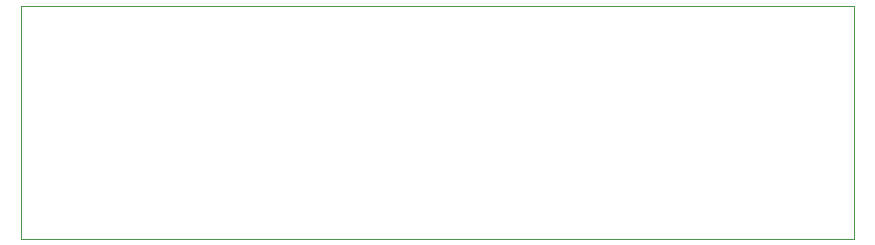
<source format=gbr>
%TF.GenerationSoftware,KiCad,Pcbnew,(5.1.10)-1*%
%TF.CreationDate,2022-11-19T00:44:39-05:00*%
%TF.ProjectId,ColecoProgrammingAdapter,436f6c65-636f-4507-926f-6772616d6d69,1*%
%TF.SameCoordinates,Original*%
%TF.FileFunction,Profile,NP*%
%FSLAX46Y46*%
G04 Gerber Fmt 4.6, Leading zero omitted, Abs format (unit mm)*
G04 Created by KiCad (PCBNEW (5.1.10)-1) date 2022-11-19 00:44:39*
%MOMM*%
%LPD*%
G01*
G04 APERTURE LIST*
%TA.AperFunction,Profile*%
%ADD10C,0.050000*%
%TD*%
G04 APERTURE END LIST*
D10*
X186690000Y-108585000D02*
X186690000Y-111125000D01*
X185610500Y-108585000D02*
X186690000Y-108585000D01*
X116205000Y-108585000D02*
X185610500Y-108585000D01*
X116205000Y-128270000D02*
X116205000Y-108585000D01*
X186690000Y-128270000D02*
X186690000Y-111125000D01*
X186055000Y-128270000D02*
X186690000Y-128270000D01*
X177165000Y-128270000D02*
X186055000Y-128270000D01*
X116205000Y-128270000D02*
X177165000Y-128270000D01*
M02*

</source>
